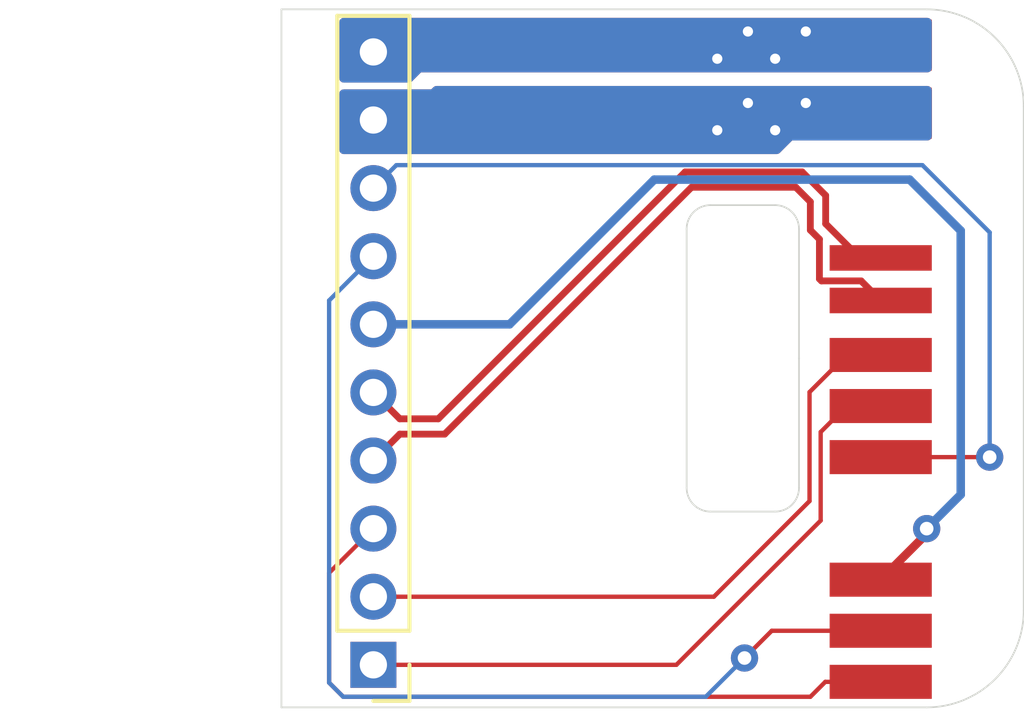
<source format=kicad_pcb>
(kicad_pcb (version 20171130) (host pcbnew 5.1.4+dfsg1-1)

  (general
    (thickness 1.6)
    (drawings 17)
    (tracks 66)
    (zones 0)
    (modules 11)
    (nets 11)
  )

  (page A4)
  (layers
    (0 F.Cu signal)
    (31 B.Cu signal)
    (32 B.Adhes user)
    (33 F.Adhes user)
    (34 B.Paste user)
    (35 F.Paste user)
    (36 B.SilkS user)
    (37 F.SilkS user)
    (38 B.Mask user)
    (39 F.Mask user)
    (40 Dwgs.User user)
    (41 Cmts.User user)
    (42 Eco1.User user)
    (43 Eco2.User user)
    (44 Edge.Cuts user)
    (45 Margin user)
    (46 B.CrtYd user)
    (47 F.CrtYd user)
    (48 B.Fab user hide)
    (49 F.Fab user hide)
  )

  (setup
    (last_trace_width 0.127)
    (user_trace_width 0.127)
    (user_trace_width 0.2)
    (user_trace_width 0.2)
    (user_trace_width 0.5)
    (trace_clearance 0.2)
    (zone_clearance 0)
    (zone_45_only no)
    (trace_min 0.127)
    (via_size 0.8)
    (via_drill 0.4)
    (via_min_size 0.4)
    (via_min_drill 0.3)
    (user_via 0.6 0.3)
    (uvia_size 0.3)
    (uvia_drill 0.1)
    (uvias_allowed no)
    (uvia_min_size 0.2)
    (uvia_min_drill 0.1)
    (edge_width 0.05)
    (segment_width 0.2)
    (pcb_text_width 0.3)
    (pcb_text_size 1.5 1.5)
    (mod_edge_width 0.12)
    (mod_text_size 1 1)
    (mod_text_width 0.15)
    (pad_size 1.524 1.524)
    (pad_drill 0.762)
    (pad_to_mask_clearance 0)
    (aux_axis_origin 0 0)
    (visible_elements FFFFFF7F)
    (pcbplotparams
      (layerselection 0x010fc_ffffffff)
      (usegerberextensions true)
      (usegerberattributes false)
      (usegerberadvancedattributes false)
      (creategerberjobfile false)
      (excludeedgelayer true)
      (linewidth 0.100000)
      (plotframeref false)
      (viasonmask false)
      (mode 1)
      (useauxorigin false)
      (hpglpennumber 1)
      (hpglpenspeed 20)
      (hpglpendiameter 15.000000)
      (psnegative false)
      (psa4output false)
      (plotreference true)
      (plotvalue true)
      (plotinvisibletext false)
      (padsonsilk false)
      (subtractmaskfromsilk false)
      (outputformat 1)
      (mirror false)
      (drillshape 0)
      (scaleselection 1)
      (outputdirectory "gerber/"))
  )

  (net 0 "")
  (net 1 GND)
  (net 2 SW2)
  (net 3 SW1)
  (net 4 +3V3)
  (net 5 INT_N)
  (net 6 SDA)
  (net 7 SCL)
  (net 8 USB_N)
  (net 9 USB_P)
  (net 10 VBUS)

  (net_class Default "This is the default net class."
    (clearance 0.2)
    (trace_width 0.25)
    (via_dia 0.8)
    (via_drill 0.4)
    (uvia_dia 0.3)
    (uvia_drill 0.1)
    (add_net +3V3)
    (add_net GND)
    (add_net INT_N)
    (add_net SCL)
    (add_net SDA)
    (add_net SW1)
    (add_net SW2)
    (add_net USB_N)
    (add_net USB_P)
    (add_net VBUS)
  )

  (module otter:pad_1_2 (layer F.Cu) (tedit 5E94B127) (tstamp 5E950CF9)
    (at 105.9 110 90)
    (path /5E9548E3)
    (fp_text reference J11 (at 0 3.9 90) (layer F.SilkS) hide
      (effects (font (size 1 1) (thickness 0.15)))
    )
    (fp_text value Conn_01x01 (at 0 2.9 90) (layer F.Fab)
      (effects (font (size 1 1) (thickness 0.15)))
    )
    (pad 1 smd rect (at 0 0 90) (size 1 3) (layers F.Cu F.Paste F.Mask)
      (net 2 SW2))
  )

  (module otter:pad_1_2 (layer F.Cu) (tedit 5E94B127) (tstamp 5E950B52)
    (at 105.9 108.5 90)
    (path /5E9548DD)
    (fp_text reference J10 (at 0 3.9 90) (layer F.SilkS) hide
      (effects (font (size 1 1) (thickness 0.15)))
    )
    (fp_text value Conn_01x01 (at 0 2.9 90) (layer F.Fab)
      (effects (font (size 1 1) (thickness 0.15)))
    )
    (pad 1 smd rect (at 0 0 90) (size 1 3) (layers F.Cu F.Paste F.Mask)
      (net 3 SW1))
  )

  (module otter:pad_1_2 (layer F.Cu) (tedit 5E94B127) (tstamp 5E950B4D)
    (at 105.9 107 90)
    (path /5E95441B)
    (fp_text reference J9 (at 0 3.9 90) (layer F.SilkS) hide
      (effects (font (size 1 1) (thickness 0.15)))
    )
    (fp_text value Conn_01x01 (at 0 2.9 90) (layer F.Fab)
      (effects (font (size 1 1) (thickness 0.15)))
    )
    (pad 1 smd rect (at 0 0 90) (size 1 3) (layers F.Cu F.Paste F.Mask)
      (net 4 +3V3))
  )

  (module otter:pad_1_2 (layer F.Cu) (tedit 5E94B127) (tstamp 5E950B48)
    (at 105.9 103.4 90)
    (path /5E954415)
    (fp_text reference J8 (at 0 3.9 90) (layer F.SilkS) hide
      (effects (font (size 1 1) (thickness 0.15)))
    )
    (fp_text value Conn_01x01 (at 0 2.9 90) (layer F.Fab)
      (effects (font (size 1 1) (thickness 0.15)))
    )
    (pad 1 smd rect (at 0 0 90) (size 1 3) (layers F.Cu F.Paste F.Mask)
      (net 5 INT_N))
  )

  (module otter:pad_1_2 (layer F.Cu) (tedit 5E94B127) (tstamp 5E950B43)
    (at 105.9 101.9 90)
    (path /5E95354B)
    (fp_text reference J7 (at 0 3.9 90) (layer F.SilkS) hide
      (effects (font (size 1 1) (thickness 0.15)))
    )
    (fp_text value Conn_01x01 (at 0 2.9 90) (layer F.Fab)
      (effects (font (size 1 1) (thickness 0.15)))
    )
    (pad 1 smd rect (at 0 0 90) (size 1 3) (layers F.Cu F.Paste F.Mask)
      (net 6 SDA))
  )

  (module otter:pad_1_2 (layer F.Cu) (tedit 5E94B127) (tstamp 5E950B3E)
    (at 105.9 100.4 90)
    (path /5E953545)
    (fp_text reference J6 (at 0 3.9 90) (layer F.SilkS) hide
      (effects (font (size 1 1) (thickness 0.15)))
    )
    (fp_text value Conn_01x01 (at 0 2.9 90) (layer F.Fab)
      (effects (font (size 1 1) (thickness 0.15)))
    )
    (pad 1 smd rect (at 0 0 90) (size 1 3) (layers F.Cu F.Paste F.Mask)
      (net 7 SCL))
  )

  (module otter:pad_0.75_3 (layer F.Cu) (tedit 5E94B374) (tstamp 5E950B39)
    (at 105.9 98.8 90)
    (path /5E9533A1)
    (fp_text reference J5 (at 0 3.7 90) (layer F.SilkS) hide
      (effects (font (size 1 1) (thickness 0.15)))
    )
    (fp_text value Conn_01x01 (at 0 2.7 90) (layer F.Fab)
      (effects (font (size 1 1) (thickness 0.15)))
    )
    (pad 1 smd rect (at 0 0 90) (size 0.75 3) (layers F.Cu F.Paste F.Mask)
      (net 8 USB_N))
  )

  (module otter:pad_0.75_3 (layer F.Cu) (tedit 5E94B374) (tstamp 5E950B34)
    (at 105.9 97.55 90)
    (path /5E95339B)
    (fp_text reference J4 (at 0 3.7 90) (layer F.SilkS) hide
      (effects (font (size 1 1) (thickness 0.15)))
    )
    (fp_text value Conn_01x01 (at 0 2.7 90) (layer F.Fab)
      (effects (font (size 1 1) (thickness 0.15)))
    )
    (pad 1 smd rect (at 0 0 90) (size 0.75 3) (layers F.Cu F.Paste F.Mask)
      (net 9 USB_P))
  )

  (module otter:pad_1.5_3 (layer F.Cu) (tedit 5E94B382) (tstamp 5E950B2F)
    (at 105.9 93.3 90)
    (path /5E952BD5)
    (fp_text reference J3 (at 0 3.7 90) (layer F.SilkS) hide
      (effects (font (size 1 1) (thickness 0.15)))
    )
    (fp_text value Conn_01x01 (at 0 2.7 90) (layer F.Fab)
      (effects (font (size 1 1) (thickness 0.15)))
    )
    (pad 1 smd rect (at 0 0 90) (size 1.5 3) (layers F.Cu F.Paste F.Mask)
      (net 10 VBUS))
  )

  (module otter:pad_1.5_3 (layer F.Cu) (tedit 5E94B382) (tstamp 5E950B2A)
    (at 105.9 91.3 90)
    (path /5E9524DB)
    (fp_text reference J2 (at 0 3.7 90) (layer F.SilkS) hide
      (effects (font (size 1 1) (thickness 0.15)))
    )
    (fp_text value Conn_01x01 (at 0 2.7 90) (layer F.Fab)
      (effects (font (size 1 1) (thickness 0.15)))
    )
    (pad 1 smd rect (at 0 0 90) (size 1.5 3) (layers F.Cu F.Paste F.Mask)
      (net 1 GND))
  )

  (module Connector_PinHeader_2.00mm:PinHeader_1x10_P2.00mm_Vertical (layer F.Cu) (tedit 5E94A31C) (tstamp 5E94A24E)
    (at 91 100.5 180)
    (descr "Through hole straight pin header, 1x10, 2.00mm pitch, single row")
    (tags "Through hole pin header THT 1x10 2.00mm single row")
    (path /5E94B1B6)
    (fp_text reference J1 (at 0 -11.06 180) (layer F.SilkS) hide
      (effects (font (size 1 1) (thickness 0.15)))
    )
    (fp_text value Conn_01x10 (at 0 11.06 180) (layer F.Fab)
      (effects (font (size 1 1) (thickness 0.15)))
    )
    (fp_line (start -0.5 -10) (end 1 -10) (layer F.Fab) (width 0.1))
    (fp_line (start 1 -10) (end 1 10) (layer F.Fab) (width 0.1))
    (fp_line (start 1 10) (end -1 10) (layer F.Fab) (width 0.1))
    (fp_line (start -1 10) (end -1 -9.5) (layer F.Fab) (width 0.1))
    (fp_line (start -1 -9.5) (end -0.5 -10) (layer F.Fab) (width 0.1))
    (fp_line (start -1.06 10.06) (end 1.06 10.06) (layer F.SilkS) (width 0.12))
    (fp_line (start -1.06 -8) (end -1.06 10.06) (layer F.SilkS) (width 0.12))
    (fp_line (start 1.06 -8) (end 1.06 10.06) (layer F.SilkS) (width 0.12))
    (fp_line (start -1.06 -8) (end 1.06 -8) (layer F.SilkS) (width 0.12))
    (fp_line (start -1.06 -9) (end -1.06 -10.06) (layer F.SilkS) (width 0.12))
    (fp_line (start -1.06 -10.06) (end 0 -10.06) (layer F.SilkS) (width 0.12))
    (fp_line (start -1.5 -10.5) (end -1.5 10.5) (layer F.CrtYd) (width 0.05))
    (fp_line (start -1.5 10.5) (end 1.5 10.5) (layer F.CrtYd) (width 0.05))
    (fp_line (start 1.5 10.5) (end 1.5 -10.5) (layer F.CrtYd) (width 0.05))
    (fp_line (start 1.5 -10.5) (end -1.5 -10.5) (layer F.CrtYd) (width 0.05))
    (fp_text user %R (at 0 0 270) (layer F.Fab)
      (effects (font (size 1 1) (thickness 0.15)))
    )
    (pad 1 thru_hole rect (at 0 -9 180) (size 1.35 1.35) (drill 0.8) (layers *.Cu *.Mask)
      (net 6 SDA))
    (pad 2 thru_hole oval (at 0 -7 180) (size 1.35 1.35) (drill 0.8) (layers *.Cu *.Mask)
      (net 7 SCL))
    (pad 3 thru_hole oval (at 0 -5 180) (size 1.35 1.35) (drill 0.8) (layers *.Cu *.Mask)
      (net 2 SW2))
    (pad 4 thru_hole oval (at 0 -3 180) (size 1.35 1.35) (drill 0.8) (layers *.Cu *.Mask)
      (net 8 USB_N))
    (pad 5 thru_hole oval (at 0 -1 180) (size 1.35 1.35) (drill 0.8) (layers *.Cu *.Mask)
      (net 9 USB_P))
    (pad 6 thru_hole oval (at 0 1 180) (size 1.35 1.35) (drill 0.8) (layers *.Cu *.Mask)
      (net 4 +3V3))
    (pad 7 thru_hole oval (at 0 3 180) (size 1.35 1.35) (drill 0.8) (layers *.Cu *.Mask)
      (net 3 SW1))
    (pad 8 thru_hole oval (at 0 5 180) (size 1.35 1.35) (drill 0.8) (layers *.Cu *.Mask)
      (net 5 INT_N))
    (pad 9 thru_hole oval (at 0 7 180) (size 1.35 1.35) (drill 0.8) (layers *.Cu *.Mask)
      (net 10 VBUS))
    (pad 10 thru_hole oval (at 0 9 180) (size 1.35 1.35) (drill 0.8) (layers *.Cu *.Mask)
      (net 1 GND))
  )

  (dimension 20.5 (width 0.15) (layer Dwgs.User)
    (gr_text "20,500 mm" (at 83.700001 100.5 270) (layer Dwgs.User)
      (effects (font (size 1 1) (thickness 0.15)))
    )
    (feature1 (pts (xy 88.3 110.75) (xy 84.41358 110.75)))
    (feature2 (pts (xy 88.3 90.25) (xy 84.41358 90.25)))
    (crossbar (pts (xy 85.000001 90.25) (xy 85.000001 110.75)))
    (arrow1a (pts (xy 85.000001 110.75) (xy 84.41358 109.623496)))
    (arrow1b (pts (xy 85.000001 110.75) (xy 85.586422 109.623496)))
    (arrow2a (pts (xy 85.000001 90.25) (xy 84.41358 91.376504)))
    (arrow2b (pts (xy 85.000001 90.25) (xy 85.586422 91.376504)))
  )
  (gr_line (start 88.3 90.25) (end 88.3 110.75) (layer Edge.Cuts) (width 0.05))
  (gr_line (start 105.1 90.4) (end 105.1 110.6) (layer Eco1.User) (width 0.15))
  (gr_arc (start 100.9 96.7) (end 100.9 96) (angle -90) (layer Edge.Cuts) (width 0.05) (tstamp 5E94B09A))
  (gr_arc (start 102.8 96.7) (end 103.5 96.7) (angle -90) (layer Edge.Cuts) (width 0.05) (tstamp 5E94B09A))
  (gr_arc (start 100.9 104.3) (end 100.2 104.3) (angle -90) (layer Edge.Cuts) (width 0.05) (tstamp 5E94B09A))
  (gr_arc (start 102.8 104.3) (end 102.8 105) (angle -90) (layer Edge.Cuts) (width 0.05))
  (gr_line (start 103.5 104.3) (end 103.5 100.5) (layer Edge.Cuts) (width 0.05))
  (gr_line (start 100.9 105) (end 102.8 105) (layer Edge.Cuts) (width 0.05))
  (gr_line (start 100.2 96.7) (end 100.2 104.3) (layer Edge.Cuts) (width 0.05))
  (gr_line (start 102.8 96) (end 100.9 96) (layer Edge.Cuts) (width 0.05))
  (gr_line (start 103.5 100.5) (end 103.5 96.7) (layer Edge.Cuts) (width 0.05))
  (gr_arc (start 107.25 107.9) (end 107.25 110.75) (angle -90) (layer Edge.Cuts) (width 0.05) (tstamp 5E939FC4))
  (gr_arc (start 107.25 93.1) (end 110.1 93.1) (angle -90) (layer Edge.Cuts) (width 0.05) (tstamp 5E939FC4))
  (gr_line (start 107.25 90.25) (end 88.3 90.25) (layer Edge.Cuts) (width 0.05))
  (gr_line (start 88.3 110.75) (end 107.25 110.75) (layer Edge.Cuts) (width 0.05))
  (gr_line (start 110.1 107.9) (end 110.1 93.1) (layer Edge.Cuts) (width 0.05) (tstamp 5E5C5B3B))

  (via (at 102 90.9) (size 0.6) (drill 0.3) (layers F.Cu B.Cu) (net 1) (tstamp 5E950E86))
  (via (at 101.1 91.7) (size 0.6) (drill 0.3) (layers F.Cu B.Cu) (net 1) (tstamp 5E950E87))
  (via (at 103.7 90.9) (size 0.6) (drill 0.3) (layers F.Cu B.Cu) (net 1))
  (via (at 102.8 91.7) (size 0.6) (drill 0.3) (layers F.Cu B.Cu) (net 1))
  (segment (start 90.114199 110.438501) (end 89.7 110.024302) (width 0.127) (layer F.Cu) (net 2))
  (segment (start 103.834499 110.438501) (end 90.114199 110.438501) (width 0.127) (layer F.Cu) (net 2))
  (segment (start 105.9 110) (end 104.273 110) (width 0.127) (layer F.Cu) (net 2))
  (segment (start 104.273 110) (end 103.834499 110.438501) (width 0.127) (layer F.Cu) (net 2))
  (segment (start 89.7 106.8) (end 91 105.5) (width 0.127) (layer F.Cu) (net 2))
  (segment (start 89.7 110.024302) (end 89.7 106.8) (width 0.127) (layer F.Cu) (net 2))
  (via (at 101.9 109.3) (size 0.8) (drill 0.4) (layers F.Cu B.Cu) (net 3))
  (segment (start 105.9 108.5) (end 102.7 108.5) (width 0.127) (layer F.Cu) (net 3))
  (segment (start 102.7 108.5) (end 101.9 109.3) (width 0.127) (layer F.Cu) (net 3))
  (segment (start 90.114199 110.438501) (end 89.7 110.024302) (width 0.127) (layer B.Cu) (net 3))
  (segment (start 101.9 109.3) (end 100.761499 110.438501) (width 0.127) (layer B.Cu) (net 3))
  (segment (start 100.761499 110.438501) (end 90.114199 110.438501) (width 0.127) (layer B.Cu) (net 3))
  (segment (start 89.7 98.8) (end 91 97.5) (width 0.127) (layer B.Cu) (net 3))
  (segment (start 89.7 110.024302) (end 89.7 98.8) (width 0.127) (layer B.Cu) (net 3))
  (segment (start 91 99.5) (end 95 99.5) (width 0.25) (layer B.Cu) (net 4))
  (segment (start 95 99.5) (end 99.25 95.25) (width 0.25) (layer B.Cu) (net 4))
  (segment (start 99.25 95.25) (end 106.75 95.25) (width 0.25) (layer B.Cu) (net 4))
  (segment (start 106.75 95.25) (end 108.25 96.75) (width 0.25) (layer B.Cu) (net 4))
  (segment (start 108.25 96.75) (end 108.25 104.5) (width 0.25) (layer B.Cu) (net 4))
  (via (at 107.25 105.5) (size 0.8) (drill 0.4) (layers F.Cu B.Cu) (net 4))
  (segment (start 108.25 104.5) (end 107.25 105.5) (width 0.25) (layer B.Cu) (net 4))
  (segment (start 107.25 105.65) (end 105.9 107) (width 0.25) (layer F.Cu) (net 4))
  (segment (start 107.25 105.5) (end 107.25 105.65) (width 0.25) (layer F.Cu) (net 4))
  (via (at 109.1 103.4) (size 0.8) (drill 0.4) (layers F.Cu B.Cu) (net 5))
  (segment (start 105.9 103.4) (end 109.1 103.4) (width 0.127) (layer F.Cu) (net 5))
  (segment (start 109.1 103.4) (end 109.1 96.8) (width 0.127) (layer B.Cu) (net 5))
  (segment (start 91.674999 94.825001) (end 91 95.5) (width 0.127) (layer B.Cu) (net 5))
  (segment (start 107.125001 94.825001) (end 91.674999 94.825001) (width 0.127) (layer B.Cu) (net 5))
  (segment (start 109.1 96.8) (end 107.125001 94.825001) (width 0.127) (layer B.Cu) (net 5))
  (segment (start 91 109.5) (end 99.9 109.5) (width 0.127) (layer F.Cu) (net 6))
  (segment (start 99.9 109.5) (end 104.136499 105.263501) (width 0.127) (layer F.Cu) (net 6))
  (segment (start 104.9 101.9) (end 105.9 101.9) (width 0.127) (layer F.Cu) (net 6))
  (segment (start 104.136499 105.263501) (end 104.136499 102.663501) (width 0.127) (layer F.Cu) (net 6))
  (segment (start 104.136499 102.663501) (end 104.9 101.9) (width 0.127) (layer F.Cu) (net 6))
  (segment (start 103.809488 104.690512) (end 103.809488 101.490512) (width 0.127) (layer F.Cu) (net 7))
  (segment (start 104.9 100.4) (end 105.9 100.4) (width 0.127) (layer F.Cu) (net 7))
  (segment (start 103.809488 101.490512) (end 104.9 100.4) (width 0.127) (layer F.Cu) (net 7))
  (segment (start 101 107.5) (end 103.809488 104.690512) (width 0.127) (layer F.Cu) (net 7))
  (segment (start 91 107.5) (end 101 107.5) (width 0.127) (layer F.Cu) (net 7))
  (segment (start 91.775 102.725) (end 93.0932 102.725) (width 0.2) (layer F.Cu) (net 8))
  (segment (start 91 103.5) (end 91.775 102.725) (width 0.2) (layer F.Cu) (net 8))
  (segment (start 93.0932 102.725) (end 100.3432 95.475) (width 0.2) (layer F.Cu) (net 8))
  (segment (start 100.3432 95.475) (end 103.4068 95.475) (width 0.2) (layer F.Cu) (net 8))
  (segment (start 103.4068 95.475) (end 103.833333 95.901533) (width 0.2) (layer F.Cu) (net 8))
  (segment (start 105.325001 98.225001) (end 105.9 98.8) (width 0.2) (layer F.Cu) (net 8))
  (segment (start 104.099999 98.165001) (end 104.159999 98.225001) (width 0.2) (layer F.Cu) (net 8))
  (segment (start 104.159999 98.225001) (end 105.325001 98.225001) (width 0.2) (layer F.Cu) (net 8))
  (segment (start 103.833333 95.901533) (end 103.833333 96.733333) (width 0.2) (layer F.Cu) (net 8))
  (segment (start 104.099999 96.999999) (end 104.099999 98.165001) (width 0.2) (layer F.Cu) (net 8))
  (segment (start 103.833333 96.733333) (end 104.099999 96.999999) (width 0.2) (layer F.Cu) (net 8))
  (segment (start 91 101.5) (end 91.775 102.275) (width 0.2) (layer F.Cu) (net 9))
  (segment (start 91.775 102.275) (end 92.9068 102.275) (width 0.2) (layer F.Cu) (net 9))
  (segment (start 92.9068 102.275) (end 100.1568 95.025) (width 0.2) (layer F.Cu) (net 9))
  (segment (start 100.1568 95.025) (end 103.5932 95.025) (width 0.2) (layer F.Cu) (net 9))
  (segment (start 103.5932 95.025) (end 104.283333 95.715133) (width 0.2) (layer F.Cu) (net 9))
  (segment (start 104.283333 96.546936) (end 105.286397 97.55) (width 0.2) (layer F.Cu) (net 9))
  (segment (start 104.283333 95.715133) (end 104.283333 96.546936) (width 0.2) (layer F.Cu) (net 9))
  (segment (start 105.286397 97.55) (end 105.9 97.55) (width 0.2) (layer F.Cu) (net 9))
  (via (at 102 93) (size 0.6) (drill 0.3) (layers F.Cu B.Cu) (net 10) (tstamp 5E950E8C))
  (via (at 101.1 93.8) (size 0.6) (drill 0.3) (layers F.Cu B.Cu) (net 10) (tstamp 5E950E8F))
  (via (at 103.7 93) (size 0.6) (drill 0.3) (layers F.Cu B.Cu) (net 10) (tstamp 5E950E8D))
  (via (at 102.8 93.8) (size 0.6) (drill 0.3) (layers F.Cu B.Cu) (net 10) (tstamp 5E950E8E))

  (zone (net 1) (net_name GND) (layer F.Cu) (tstamp 0) (hatch edge 0.508)
    (connect_pads yes (clearance 0))
    (min_thickness 0.254)
    (fill yes (arc_segments 32) (thermal_gap 0.508) (thermal_bridge_width 0.508))
    (polygon
      (pts
        (xy 107.4 92.1) (xy 107.4 90.5) (xy 90 90.5) (xy 90 92.4) (xy 92.1 92.4)
        (xy 92.4 92.1) (xy 92.5 92.1)
      )
    )
    (filled_polygon
      (pts
        (xy 107.273 91.973) (xy 92.4 91.973) (xy 92.375224 91.97544) (xy 92.351399 91.982667) (xy 92.329443 91.994403)
        (xy 92.310197 92.010197) (xy 92.047394 92.273) (xy 90.127 92.273) (xy 90.127 90.627) (xy 107.273 90.627)
      )
    )
  )
  (zone (net 10) (net_name VBUS) (layer F.Cu) (tstamp 0) (hatch edge 0.508)
    (priority 1)
    (connect_pads yes (clearance 0))
    (min_thickness 0.254)
    (fill yes (arc_segments 32) (thermal_gap 0.508) (thermal_bridge_width 0.508))
    (polygon
      (pts
        (xy 107.4 94.1) (xy 107.4 92.5) (xy 103.7 92.5) (xy 92.8 92.5) (xy 92.7 92.6)
        (xy 90 92.6) (xy 90 94.5) (xy 92.1 94.5) (xy 102.9 94.5) (xy 103.3 94.1)
      )
    )
    (filled_polygon
      (pts
        (xy 107.273 93.973) (xy 103.3 93.973) (xy 103.275224 93.97544) (xy 103.251399 93.982667) (xy 103.229443 93.994403)
        (xy 103.210197 94.010197) (xy 102.847394 94.373) (xy 90.127 94.373) (xy 90.127 92.727) (xy 92.7 92.727)
        (xy 92.724776 92.72456) (xy 92.748601 92.717333) (xy 92.770557 92.705597) (xy 92.789803 92.689803) (xy 92.852606 92.627)
        (xy 107.273 92.627)
      )
    )
  )
  (zone (net 10) (net_name VBUS) (layer B.Cu) (tstamp 5E950D9C) (hatch edge 0.508)
    (priority 1)
    (connect_pads yes (clearance 0))
    (min_thickness 0.254)
    (fill yes (arc_segments 32) (thermal_gap 0.508) (thermal_bridge_width 0.508))
    (polygon
      (pts
        (xy 107.4 94.1) (xy 107.4 92.5) (xy 103.7 92.5) (xy 92.8 92.5) (xy 92.7 92.6)
        (xy 90 92.6) (xy 90 94.5) (xy 92.1 94.5) (xy 102.9 94.5) (xy 103.3 94.1)
      )
    )
    (filled_polygon
      (pts
        (xy 107.273 93.973) (xy 103.3 93.973) (xy 103.275224 93.97544) (xy 103.251399 93.982667) (xy 103.229443 93.994403)
        (xy 103.210197 94.010197) (xy 102.847394 94.373) (xy 90.127 94.373) (xy 90.127 92.727) (xy 92.7 92.727)
        (xy 92.724776 92.72456) (xy 92.748601 92.717333) (xy 92.770557 92.705597) (xy 92.789803 92.689803) (xy 92.852606 92.627)
        (xy 107.273 92.627)
      )
    )
  )
  (zone (net 1) (net_name GND) (layer B.Cu) (tstamp 5E950DA4) (hatch edge 0.508)
    (connect_pads yes (clearance 0))
    (min_thickness 0.254)
    (fill yes (arc_segments 32) (thermal_gap 0.508) (thermal_bridge_width 0.508))
    (polygon
      (pts
        (xy 107.4 92.1) (xy 107.4 90.5) (xy 90 90.5) (xy 90 92.4) (xy 92.1 92.4)
        (xy 92.4 92.1) (xy 92.5 92.1)
      )
    )
    (filled_polygon
      (pts
        (xy 107.273 91.973) (xy 92.4 91.973) (xy 92.375224 91.97544) (xy 92.351399 91.982667) (xy 92.329443 91.994403)
        (xy 92.310197 92.010197) (xy 92.047394 92.273) (xy 90.127 92.273) (xy 90.127 90.627) (xy 107.273 90.627)
      )
    )
  )
)

</source>
